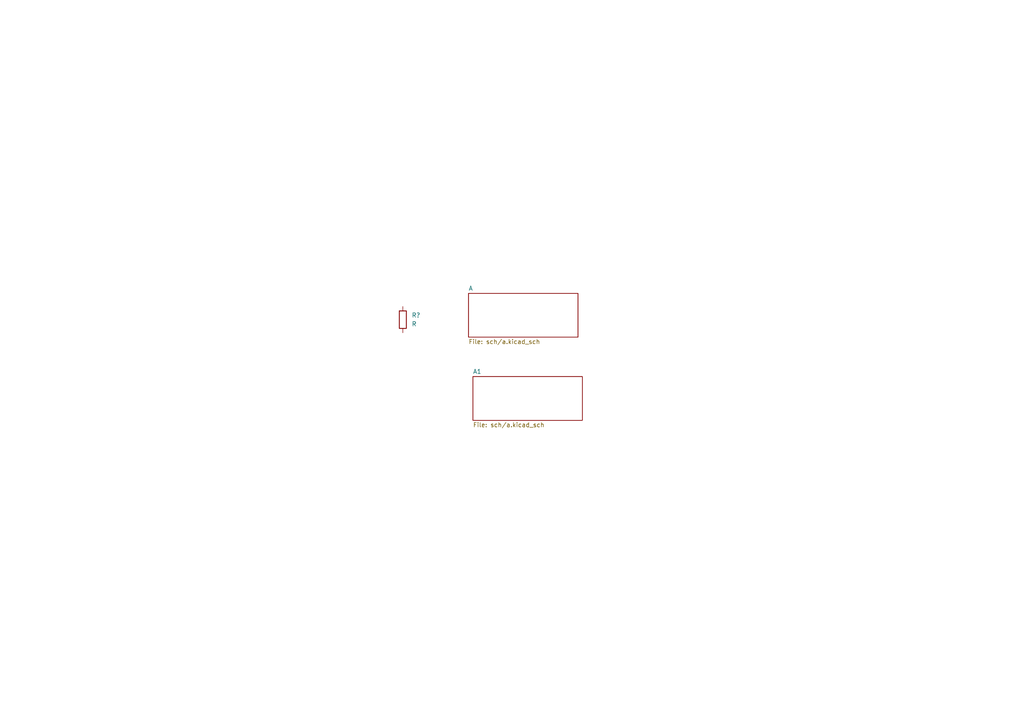
<source format=kicad_sch>
(kicad_sch (version 20211123) (generator eeschema)
  (paper "A4")
  (lib_symbols
    (symbol "Device:R" (pin_numbers hide) (pin_names (offset 0))
      (property "Reference" "R" (at 2.032 0 90))
      (property "Value" "R" (at 0 0 90))
      (symbol "R_0_1"
        (rectangle (start -1.016 -2.54) (end 1.016 2.54) (stroke (width 0.254)))
      )
      (symbol "R_1_1"
        (pin passive line (at 0 3.81 270) (length 1.27) (name "~") (number "1"))
        (pin passive line (at 0 -3.81 90) (length 1.27) (name "~") (number "2"))
      )
    )
  )
  (symbol (lib_id "Device:R") (at 116.84 92.71 0) (unit 1)
    (property "Reference" "R?" (at 119.38 91.4399 0) (effects (justify left)))
    (property "Value" "R" (at 119.38 93.9799 0) (effects (justify left)))
  )
  (sheet (at 135.89 85.09) (size 31.75 12.7) (stroke (width 0.1524))
    (property "Sheet name" "A" (at 135.89 84.3784 0) (effects (justify left bottom)))
    (property "Sheet file" "sch/a.kicad_sch" (at 135.89 98.3746 0) (effects (justify left top)))
  )
  (sheet (at 137.16 109.22) (size 31.75 12.7) (stroke (width 0.1524))
    (property "Sheet name" "A1" (at 137.16 108.5084 0) (effects (justify left bottom)))
    (property "Sheet file" "sch/a.kicad_sch" (at 137.16 122.5046 0) (effects (justify left top)))
  )
)
</source>
